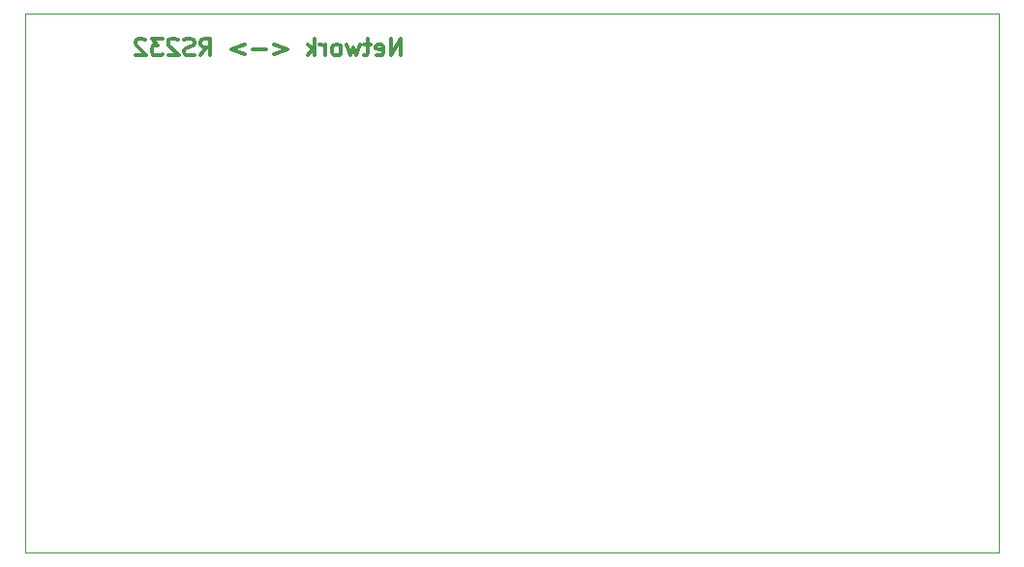
<source format=gbo>
%FSLAX46Y46*%
G04 Gerber Fmt 4.6, Leading zero omitted, Abs format (unit mm)*
G04 Created by KiCad (PCBNEW (2014-07-07 BZR 4986)-product) date Fri 18 Jul 2014 08:12:10 PM EDT*
%MOMM*%
G01*
G04 APERTURE LIST*
%ADD10C,0.100000*%
%ADD11C,0.300000*%
G04 APERTURE END LIST*
D10*
D11*
X82869228Y-55085371D02*
X82869228Y-53585371D01*
X82012085Y-55085371D01*
X82012085Y-53585371D01*
X80726371Y-55013943D02*
X80869228Y-55085371D01*
X81154942Y-55085371D01*
X81297799Y-55013943D01*
X81369228Y-54871086D01*
X81369228Y-54299657D01*
X81297799Y-54156800D01*
X81154942Y-54085371D01*
X80869228Y-54085371D01*
X80726371Y-54156800D01*
X80654942Y-54299657D01*
X80654942Y-54442514D01*
X81369228Y-54585371D01*
X80226371Y-54085371D02*
X79654942Y-54085371D01*
X80012085Y-53585371D02*
X80012085Y-54871086D01*
X79940657Y-55013943D01*
X79797799Y-55085371D01*
X79654942Y-55085371D01*
X79297799Y-54085371D02*
X79012085Y-55085371D01*
X78726371Y-54371086D01*
X78440656Y-55085371D01*
X78154942Y-54085371D01*
X77369227Y-55085371D02*
X77512085Y-55013943D01*
X77583513Y-54942514D01*
X77654942Y-54799657D01*
X77654942Y-54371086D01*
X77583513Y-54228229D01*
X77512085Y-54156800D01*
X77369227Y-54085371D01*
X77154942Y-54085371D01*
X77012085Y-54156800D01*
X76940656Y-54228229D01*
X76869227Y-54371086D01*
X76869227Y-54799657D01*
X76940656Y-54942514D01*
X77012085Y-55013943D01*
X77154942Y-55085371D01*
X77369227Y-55085371D01*
X76226370Y-55085371D02*
X76226370Y-54085371D01*
X76226370Y-54371086D02*
X76154942Y-54228229D01*
X76083513Y-54156800D01*
X75940656Y-54085371D01*
X75797799Y-54085371D01*
X75297799Y-55085371D02*
X75297799Y-53585371D01*
X75154942Y-54513943D02*
X74726371Y-55085371D01*
X74726371Y-54085371D02*
X75297799Y-54656800D01*
X71797799Y-54085371D02*
X72940656Y-54513943D01*
X71797799Y-54942514D01*
X71083513Y-54513943D02*
X69940656Y-54513943D01*
X69226370Y-54085371D02*
X68083513Y-54513943D01*
X69226370Y-54942514D01*
X65369227Y-55085371D02*
X65869227Y-54371086D01*
X66226370Y-55085371D02*
X66226370Y-53585371D01*
X65654942Y-53585371D01*
X65512084Y-53656800D01*
X65440656Y-53728229D01*
X65369227Y-53871086D01*
X65369227Y-54085371D01*
X65440656Y-54228229D01*
X65512084Y-54299657D01*
X65654942Y-54371086D01*
X66226370Y-54371086D01*
X64797799Y-55013943D02*
X64583513Y-55085371D01*
X64226370Y-55085371D01*
X64083513Y-55013943D01*
X64012084Y-54942514D01*
X63940656Y-54799657D01*
X63940656Y-54656800D01*
X64012084Y-54513943D01*
X64083513Y-54442514D01*
X64226370Y-54371086D01*
X64512084Y-54299657D01*
X64654942Y-54228229D01*
X64726370Y-54156800D01*
X64797799Y-54013943D01*
X64797799Y-53871086D01*
X64726370Y-53728229D01*
X64654942Y-53656800D01*
X64512084Y-53585371D01*
X64154942Y-53585371D01*
X63940656Y-53656800D01*
X63369228Y-53728229D02*
X63297799Y-53656800D01*
X63154942Y-53585371D01*
X62797799Y-53585371D01*
X62654942Y-53656800D01*
X62583513Y-53728229D01*
X62512085Y-53871086D01*
X62512085Y-54013943D01*
X62583513Y-54228229D01*
X63440656Y-55085371D01*
X62512085Y-55085371D01*
X62012085Y-53585371D02*
X61083514Y-53585371D01*
X61583514Y-54156800D01*
X61369228Y-54156800D01*
X61226371Y-54228229D01*
X61154942Y-54299657D01*
X61083514Y-54442514D01*
X61083514Y-54799657D01*
X61154942Y-54942514D01*
X61226371Y-55013943D01*
X61369228Y-55085371D01*
X61797800Y-55085371D01*
X61940657Y-55013943D01*
X62012085Y-54942514D01*
X60512086Y-53728229D02*
X60440657Y-53656800D01*
X60297800Y-53585371D01*
X59940657Y-53585371D01*
X59797800Y-53656800D01*
X59726371Y-53728229D01*
X59654943Y-53871086D01*
X59654943Y-54013943D01*
X59726371Y-54228229D01*
X60583514Y-55085371D01*
X59654943Y-55085371D01*
D10*
X50000000Y-98600000D02*
X50000000Y-51400000D01*
X135200000Y-98600000D02*
X50000000Y-98600000D01*
X135200000Y-51400000D02*
X135200000Y-98600000D01*
X50000000Y-51400000D02*
X135200000Y-51400000D01*
M02*

</source>
